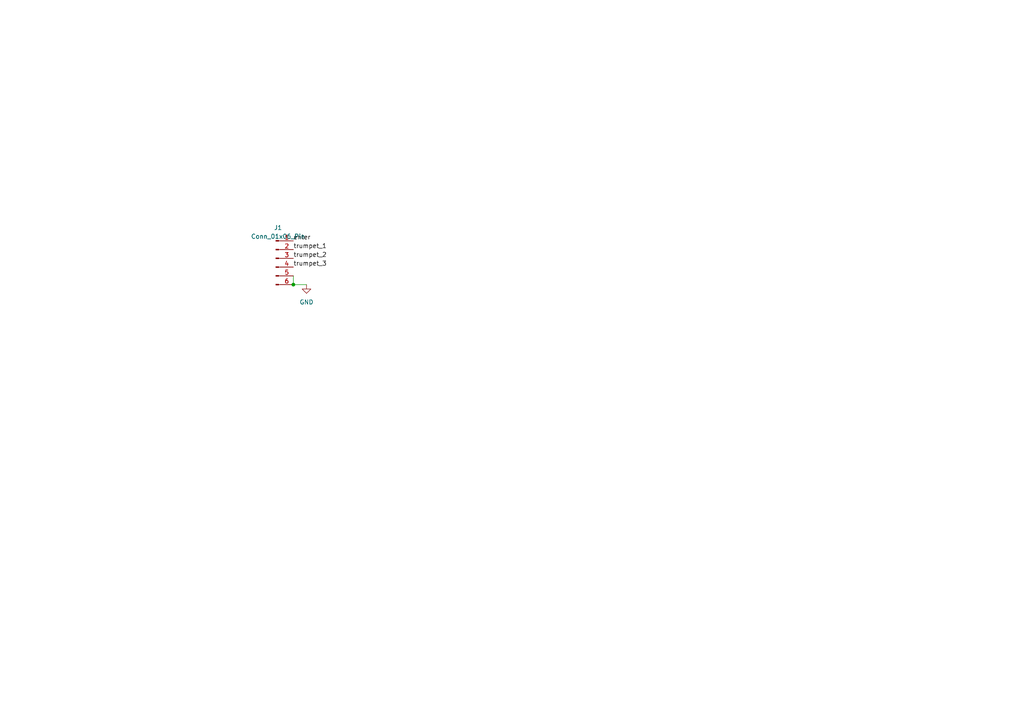
<source format=kicad_sch>
(kicad_sch (version 20230121) (generator eeschema)
  (paper "A4")
  (lib_symbols
    (symbol "Connector:Conn_01x06_Pin" (pin_names (offset 1.016) hide)
      (property "Reference" "J" (at 0 7.62 0))
      (property "Value" "Conn_01x06_Pin" (at 0 -10.16 0))
      (symbol "Conn_01x06_Pin_1_1"
        (polyline (pts (xy 1.27 -7.62) (xy 0.8636 -7.62)) (stroke (width 0.1524)))
        (polyline (pts (xy 1.27 -5.08) (xy 0.8636 -5.08)) (stroke (width 0.1524)))
        (polyline (pts (xy 1.27 -2.54) (xy 0.8636 -2.54)) (stroke (width 0.1524)))
        (polyline (pts (xy 1.27 0) (xy 0.8636 0)) (stroke (width 0.1524)))
        (polyline (pts (xy 1.27 2.54) (xy 0.8636 2.54)) (stroke (width 0.1524)))
        (polyline (pts (xy 1.27 5.08) (xy 0.8636 5.08)) (stroke (width 0.1524)))
        (rectangle (start 0.8636 -7.493) (end 0 -7.747) (stroke (width 0.1524)) (fill (type outline)))
        (rectangle (start 0.8636 -4.953) (end 0 -5.207) (stroke (width 0.1524)) (fill (type outline)))
        (rectangle (start 0.8636 -2.413) (end 0 -2.667) (stroke (width 0.1524)) (fill (type outline)))
        (rectangle (start 0.8636 0.127) (end 0 -0.127) (stroke (width 0.1524)) (fill (type outline)))
        (rectangle (start 0.8636 2.667) (end 0 2.413) (stroke (width 0.1524)) (fill (type outline)))
        (rectangle (start 0.8636 5.207) (end 0 4.953) (stroke (width 0.1524)) (fill (type outline)))
        (pin passive line (at 5.08 5.08 180) (length 3.81) (name "Pin_1") (number "1"))
        (pin passive line (at 5.08 2.54 180) (length 3.81) (name "Pin_2") (number "2"))
        (pin passive line (at 5.08 0 180) (length 3.81) (name "Pin_3") (number "3"))
        (pin passive line (at 5.08 -2.54 180) (length 3.81) (name "Pin_4") (number "4"))
        (pin passive line (at 5.08 -5.08 180) (length 3.81) (name "Pin_5") (number "5"))
        (pin passive line (at 5.08 -7.62 180) (length 3.81) (name "Pin_6") (number "6"))
      )
    )
    (symbol "power:GND" (power) (pin_names (offset 0))
      (property "Value" "GND" (at 0 -3.81 0))
      (symbol "GND_0_1"
        (polyline (pts (xy 0 0) (xy 0 -1.27) (xy 1.27 -1.27) (xy 0 -2.54) (xy -1.27 -1.27) (xy 0 -1.27)))
      )
      (symbol "GND_1_1"
        (pin power_in line (at 0 0 270) (length 0) hide (name "GND") (number "1"))
      )
    )
  )
  (junction (at 85.09 82.55))
  (wire (pts (xy 85.09 80.01) (xy 85.09 82.55)))
  (wire (pts (xy 85.09 82.55) (xy 88.9 82.55)))
  (label "trumpet_3" (at 85.09 77.47 0))
  (label "trumpet_1" (at 85.09 72.39 0))
  (label "enter" (at 85.09 69.85 0))
  (label "trumpet_2" (at 85.09 74.93 0))
  (symbol (lib_id "power:GND") (at 88.9 82.55 0) (unit 1)
    (property "Reference" "#PWR01" (effects hide))
    (property "Value" "GND" (at 88.9 87.63 0))
  )
  (symbol (lib_id "Connector:Conn_01x06_Pin") (at 80.01 74.93 0) (unit 1)
    (property "Reference" "J1" (at 80.645 66.04 0))
    (property "Value" "Conn_01x06_Pin" (at 80.645 68.58 0))
    (property "Footprint" "6pin_usbc:6pin_1.00pitch_FPC" (effects hide))
  )
)
</source>
